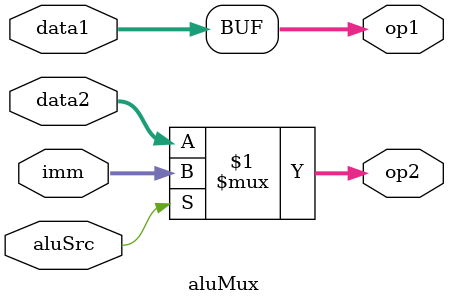
<source format=sv>
`timescale 1ns / 1ps

module aluMux(
    output logic [31:0] op1, op2,
    input logic aluSrc,
    input logic [31:0] data1, data2, imm
    );
    assign op1 = data1; //op1 is a wire
    assign op2 = aluSrc ? imm : data2; //alu mux2, pass imm if high
endmodule

</source>
